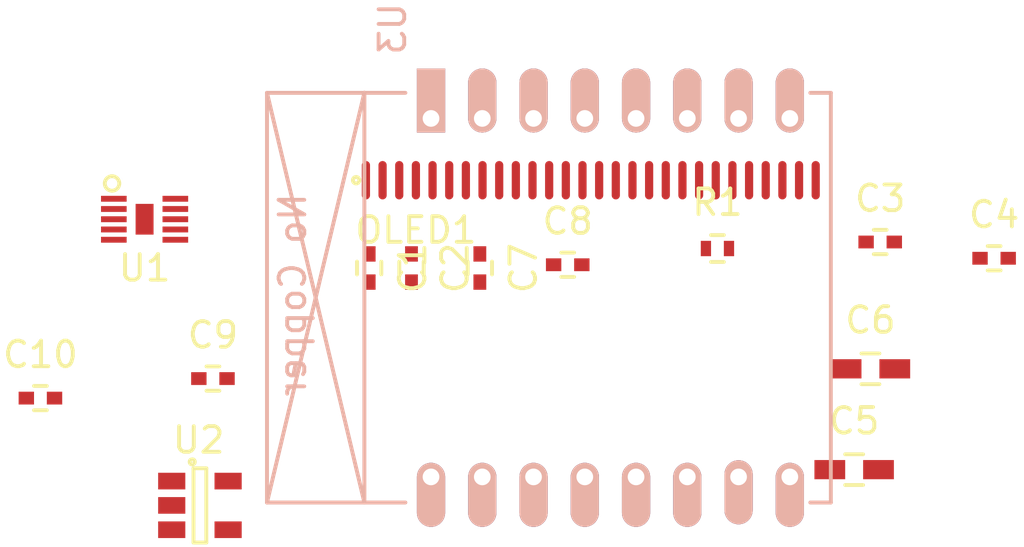
<source format=kicad_pcb>
(kicad_pcb (version 4) (host pcbnew "(2015-08-08 BZR 6073)-product")

  (general
    (links 32)
    (no_connects 32)
    (area 0 0 0 0)
    (thickness 1.6)
    (drawings 0)
    (tracks 0)
    (zones 0)
    (modules 15)
    (nets 11)
  )

  (page A4)
  (layers
    (0 F.Cu signal)
    (31 B.Cu signal)
    (32 B.Adhes user)
    (33 F.Adhes user)
    (34 B.Paste user)
    (35 F.Paste user)
    (36 B.SilkS user)
    (37 F.SilkS user)
    (38 B.Mask user hide)
    (39 F.Mask user hide)
    (40 Dwgs.User user hide)
    (41 Cmts.User user hide)
    (42 Eco1.User user hide)
    (43 Eco2.User user hide)
    (44 Edge.Cuts user hide)
    (45 Margin user)
    (46 B.CrtYd user hide)
    (47 F.CrtYd user hide)
    (48 B.Fab user hide)
    (49 F.Fab user hide)
  )

  (setup
    (last_trace_width 0.25)
    (trace_clearance 0.2)
    (zone_clearance 0.508)
    (zone_45_only no)
    (trace_min 0.2)
    (segment_width 0.2)
    (edge_width 0.15)
    (via_size 0.6)
    (via_drill 0.4)
    (via_min_size 0.4)
    (via_min_drill 0.3)
    (uvia_size 0.3)
    (uvia_drill 0.1)
    (uvias_allowed no)
    (uvia_min_size 0.2)
    (uvia_min_drill 0.1)
    (pcb_text_width 0.3)
    (pcb_text_size 1.5 1.5)
    (mod_edge_width 0.15)
    (mod_text_size 1 1)
    (mod_text_width 0.15)
    (pad_size 1.524 1.524)
    (pad_drill 0.762)
    (pad_to_mask_clearance 0.2)
    (aux_axis_origin 0 0)
    (visible_elements FFFEFF6F)
    (pcbplotparams
      (layerselection 0x00030_80000001)
      (usegerberextensions false)
      (excludeedgelayer true)
      (linewidth 0.100000)
      (plotframeref false)
      (viasonmask false)
      (mode 1)
      (useauxorigin false)
      (hpglpennumber 1)
      (hpglpenspeed 20)
      (hpglpendiameter 15)
      (hpglpenoverlay 2)
      (psnegative false)
      (psa4output false)
      (plotreference true)
      (plotvalue true)
      (plotinvisibletext false)
      (padsonsilk false)
      (subtractmaskfromsilk false)
      (outputformat 1)
      (mirror false)
      (drillshape 1)
      (scaleselection 1)
      (outputdirectory ""))
  )

  (net 0 "")
  (net 1 "Net-(C1-Pad1)")
  (net 2 "Net-(C1-Pad2)")
  (net 3 "Net-(C2-Pad1)")
  (net 4 "Net-(C2-Pad2)")
  (net 5 "Net-(C3-Pad1)")
  (net 6 GND)
  (net 7 "Net-(C4-Pad1)")
  (net 8 +3V3)
  (net 9 "Net-(OLED1-Pad24)")
  (net 10 /VOUT)

  (net_class Default "This is the default net class."
    (clearance 0.2)
    (trace_width 0.25)
    (via_dia 0.6)
    (via_drill 0.4)
    (uvia_dia 0.3)
    (uvia_drill 0.1)
    (add_net +3V3)
    (add_net /VOUT)
    (add_net GND)
    (add_net "Net-(C1-Pad1)")
    (add_net "Net-(C1-Pad2)")
    (add_net "Net-(C2-Pad1)")
    (add_net "Net-(C2-Pad2)")
    (add_net "Net-(C3-Pad1)")
    (add_net "Net-(C4-Pad1)")
    (add_net "Net-(OLED1-Pad24)")
  )

  (module Capacitors_SMD:C_0402 (layer F.Cu) (tedit 5415D599) (tstamp 55C6AC72)
    (at 35.687 32.639 270)
    (descr "Capacitor SMD 0402, reflow soldering, AVX (see smccp.pdf)")
    (tags "capacitor 0402")
    (path /55C6875E)
    (attr smd)
    (fp_text reference C1 (at 0 -1.7 270) (layer F.SilkS)
      (effects (font (size 1 1) (thickness 0.15)))
    )
    (fp_text value 1.0uF (at 0 1.7 270) (layer F.Fab)
      (effects (font (size 1 1) (thickness 0.15)))
    )
    (fp_line (start -1.15 -0.6) (end 1.15 -0.6) (layer F.CrtYd) (width 0.05))
    (fp_line (start -1.15 0.6) (end 1.15 0.6) (layer F.CrtYd) (width 0.05))
    (fp_line (start -1.15 -0.6) (end -1.15 0.6) (layer F.CrtYd) (width 0.05))
    (fp_line (start 1.15 -0.6) (end 1.15 0.6) (layer F.CrtYd) (width 0.05))
    (fp_line (start 0.25 -0.475) (end -0.25 -0.475) (layer F.SilkS) (width 0.15))
    (fp_line (start -0.25 0.475) (end 0.25 0.475) (layer F.SilkS) (width 0.15))
    (pad 1 smd rect (at -0.55 0 270) (size 0.6 0.5) (layers F.Cu F.Paste F.Mask)
      (net 1 "Net-(C1-Pad1)"))
    (pad 2 smd rect (at 0.55 0 270) (size 0.6 0.5) (layers F.Cu F.Paste F.Mask)
      (net 2 "Net-(C1-Pad2)"))
    (model Capacitors_SMD.3dshapes/C_0402.wrl
      (at (xyz 0 0 0))
      (scale (xyz 1 1 1))
      (rotate (xyz 0 0 0))
    )
  )

  (module Capacitors_SMD:C_0402 (layer F.Cu) (tedit 5415D599) (tstamp 55C6AC7E)
    (at 37.338 32.639 270)
    (descr "Capacitor SMD 0402, reflow soldering, AVX (see smccp.pdf)")
    (tags "capacitor 0402")
    (path /55C68865)
    (attr smd)
    (fp_text reference C2 (at 0 -1.7 270) (layer F.SilkS)
      (effects (font (size 1 1) (thickness 0.15)))
    )
    (fp_text value 1.0uF (at 0 1.7 270) (layer F.Fab)
      (effects (font (size 1 1) (thickness 0.15)))
    )
    (fp_line (start -1.15 -0.6) (end 1.15 -0.6) (layer F.CrtYd) (width 0.05))
    (fp_line (start -1.15 0.6) (end 1.15 0.6) (layer F.CrtYd) (width 0.05))
    (fp_line (start -1.15 -0.6) (end -1.15 0.6) (layer F.CrtYd) (width 0.05))
    (fp_line (start 1.15 -0.6) (end 1.15 0.6) (layer F.CrtYd) (width 0.05))
    (fp_line (start 0.25 -0.475) (end -0.25 -0.475) (layer F.SilkS) (width 0.15))
    (fp_line (start -0.25 0.475) (end 0.25 0.475) (layer F.SilkS) (width 0.15))
    (pad 1 smd rect (at -0.55 0 270) (size 0.6 0.5) (layers F.Cu F.Paste F.Mask)
      (net 3 "Net-(C2-Pad1)"))
    (pad 2 smd rect (at 0.55 0 270) (size 0.6 0.5) (layers F.Cu F.Paste F.Mask)
      (net 4 "Net-(C2-Pad2)"))
    (model Capacitors_SMD.3dshapes/C_0402.wrl
      (at (xyz 0 0 0))
      (scale (xyz 1 1 1))
      (rotate (xyz 0 0 0))
    )
  )

  (module Capacitors_SMD:C_0402 (layer F.Cu) (tedit 5415D599) (tstamp 55C6AC8A)
    (at 55.626 31.623)
    (descr "Capacitor SMD 0402, reflow soldering, AVX (see smccp.pdf)")
    (tags "capacitor 0402")
    (path /55C68A88)
    (attr smd)
    (fp_text reference C3 (at 0 -1.7) (layer F.SilkS)
      (effects (font (size 1 1) (thickness 0.15)))
    )
    (fp_text value 2.2uF (at 0 1.7) (layer F.Fab)
      (effects (font (size 1 1) (thickness 0.15)))
    )
    (fp_line (start -1.15 -0.6) (end 1.15 -0.6) (layer F.CrtYd) (width 0.05))
    (fp_line (start -1.15 0.6) (end 1.15 0.6) (layer F.CrtYd) (width 0.05))
    (fp_line (start -1.15 -0.6) (end -1.15 0.6) (layer F.CrtYd) (width 0.05))
    (fp_line (start 1.15 -0.6) (end 1.15 0.6) (layer F.CrtYd) (width 0.05))
    (fp_line (start 0.25 -0.475) (end -0.25 -0.475) (layer F.SilkS) (width 0.15))
    (fp_line (start -0.25 0.475) (end 0.25 0.475) (layer F.SilkS) (width 0.15))
    (pad 1 smd rect (at -0.55 0) (size 0.6 0.5) (layers F.Cu F.Paste F.Mask)
      (net 5 "Net-(C3-Pad1)"))
    (pad 2 smd rect (at 0.55 0) (size 0.6 0.5) (layers F.Cu F.Paste F.Mask)
      (net 6 GND))
    (model Capacitors_SMD.3dshapes/C_0402.wrl
      (at (xyz 0 0 0))
      (scale (xyz 1 1 1))
      (rotate (xyz 0 0 0))
    )
  )

  (module Capacitors_SMD:C_0402 (layer F.Cu) (tedit 5415D599) (tstamp 55C6AC96)
    (at 60.071 32.258)
    (descr "Capacitor SMD 0402, reflow soldering, AVX (see smccp.pdf)")
    (tags "capacitor 0402")
    (path /55C68AC6)
    (attr smd)
    (fp_text reference C4 (at 0 -1.7) (layer F.SilkS)
      (effects (font (size 1 1) (thickness 0.15)))
    )
    (fp_text value 2.2uF (at 0 1.7) (layer F.Fab)
      (effects (font (size 1 1) (thickness 0.15)))
    )
    (fp_line (start -1.15 -0.6) (end 1.15 -0.6) (layer F.CrtYd) (width 0.05))
    (fp_line (start -1.15 0.6) (end 1.15 0.6) (layer F.CrtYd) (width 0.05))
    (fp_line (start -1.15 -0.6) (end -1.15 0.6) (layer F.CrtYd) (width 0.05))
    (fp_line (start 1.15 -0.6) (end 1.15 0.6) (layer F.CrtYd) (width 0.05))
    (fp_line (start 0.25 -0.475) (end -0.25 -0.475) (layer F.SilkS) (width 0.15))
    (fp_line (start -0.25 0.475) (end 0.25 0.475) (layer F.SilkS) (width 0.15))
    (pad 1 smd rect (at -0.55 0) (size 0.6 0.5) (layers F.Cu F.Paste F.Mask)
      (net 7 "Net-(C4-Pad1)"))
    (pad 2 smd rect (at 0.55 0) (size 0.6 0.5) (layers F.Cu F.Paste F.Mask)
      (net 6 GND))
    (model Capacitors_SMD.3dshapes/C_0402.wrl
      (at (xyz 0 0 0))
      (scale (xyz 1 1 1))
      (rotate (xyz 0 0 0))
    )
  )

  (module Capacitors_SMD:C_0603_HandSoldering (layer F.Cu) (tedit 541A9B4D) (tstamp 55C6ACA2)
    (at 54.61 40.513)
    (descr "Capacitor SMD 0603, hand soldering")
    (tags "capacitor 0603")
    (path /55C69C7F)
    (attr smd)
    (fp_text reference C5 (at 0 -1.9) (layer F.SilkS)
      (effects (font (size 1 1) (thickness 0.15)))
    )
    (fp_text value 10uF (at 0 1.9) (layer F.Fab)
      (effects (font (size 1 1) (thickness 0.15)))
    )
    (fp_line (start -1.85 -0.75) (end 1.85 -0.75) (layer F.CrtYd) (width 0.05))
    (fp_line (start -1.85 0.75) (end 1.85 0.75) (layer F.CrtYd) (width 0.05))
    (fp_line (start -1.85 -0.75) (end -1.85 0.75) (layer F.CrtYd) (width 0.05))
    (fp_line (start 1.85 -0.75) (end 1.85 0.75) (layer F.CrtYd) (width 0.05))
    (fp_line (start -0.35 -0.6) (end 0.35 -0.6) (layer F.SilkS) (width 0.15))
    (fp_line (start 0.35 0.6) (end -0.35 0.6) (layer F.SilkS) (width 0.15))
    (pad 1 smd rect (at -0.95 0) (size 1.2 0.75) (layers F.Cu F.Paste F.Mask)
      (net 10 /VOUT))
    (pad 2 smd rect (at 0.95 0) (size 1.2 0.75) (layers F.Cu F.Paste F.Mask)
      (net 6 GND))
    (model Capacitors_SMD.3dshapes/C_0603_HandSoldering.wrl
      (at (xyz 0 0 0))
      (scale (xyz 1 1 1))
      (rotate (xyz 0 0 0))
    )
  )

  (module Capacitors_SMD:C_0603_HandSoldering (layer F.Cu) (tedit 541A9B4D) (tstamp 55C6ACAE)
    (at 55.245 36.576)
    (descr "Capacitor SMD 0603, hand soldering")
    (tags "capacitor 0603")
    (path /55C694BC)
    (attr smd)
    (fp_text reference C6 (at 0 -1.9) (layer F.SilkS)
      (effects (font (size 1 1) (thickness 0.15)))
    )
    (fp_text value 10uF (at 0 1.9) (layer F.Fab)
      (effects (font (size 1 1) (thickness 0.15)))
    )
    (fp_line (start -1.85 -0.75) (end 1.85 -0.75) (layer F.CrtYd) (width 0.05))
    (fp_line (start -1.85 0.75) (end 1.85 0.75) (layer F.CrtYd) (width 0.05))
    (fp_line (start -1.85 -0.75) (end -1.85 0.75) (layer F.CrtYd) (width 0.05))
    (fp_line (start 1.85 -0.75) (end 1.85 0.75) (layer F.CrtYd) (width 0.05))
    (fp_line (start -0.35 -0.6) (end 0.35 -0.6) (layer F.SilkS) (width 0.15))
    (fp_line (start 0.35 0.6) (end -0.35 0.6) (layer F.SilkS) (width 0.15))
    (pad 1 smd rect (at -0.95 0) (size 1.2 0.75) (layers F.Cu F.Paste F.Mask)
      (net 8 +3V3))
    (pad 2 smd rect (at 0.95 0) (size 1.2 0.75) (layers F.Cu F.Paste F.Mask)
      (net 6 GND))
    (model Capacitors_SMD.3dshapes/C_0603_HandSoldering.wrl
      (at (xyz 0 0 0))
      (scale (xyz 1 1 1))
      (rotate (xyz 0 0 0))
    )
  )

  (module Capacitors_SMD:C_0402 (layer F.Cu) (tedit 5415D599) (tstamp 55C6ACBA)
    (at 40.005 32.639 270)
    (descr "Capacitor SMD 0402, reflow soldering, AVX (see smccp.pdf)")
    (tags "capacitor 0402")
    (path /55C69387)
    (attr smd)
    (fp_text reference C7 (at 0 -1.7 270) (layer F.SilkS)
      (effects (font (size 1 1) (thickness 0.15)))
    )
    (fp_text value 0.1uF (at 0 1.7 270) (layer F.Fab)
      (effects (font (size 1 1) (thickness 0.15)))
    )
    (fp_line (start -1.15 -0.6) (end 1.15 -0.6) (layer F.CrtYd) (width 0.05))
    (fp_line (start -1.15 0.6) (end 1.15 0.6) (layer F.CrtYd) (width 0.05))
    (fp_line (start -1.15 -0.6) (end -1.15 0.6) (layer F.CrtYd) (width 0.05))
    (fp_line (start 1.15 -0.6) (end 1.15 0.6) (layer F.CrtYd) (width 0.05))
    (fp_line (start 0.25 -0.475) (end -0.25 -0.475) (layer F.SilkS) (width 0.15))
    (fp_line (start -0.25 0.475) (end 0.25 0.475) (layer F.SilkS) (width 0.15))
    (pad 1 smd rect (at -0.55 0 270) (size 0.6 0.5) (layers F.Cu F.Paste F.Mask)
      (net 8 +3V3))
    (pad 2 smd rect (at 0.55 0 270) (size 0.6 0.5) (layers F.Cu F.Paste F.Mask)
      (net 6 GND))
    (model Capacitors_SMD.3dshapes/C_0402.wrl
      (at (xyz 0 0 0))
      (scale (xyz 1 1 1))
      (rotate (xyz 0 0 0))
    )
  )

  (module Capacitors_SMD:C_0402 (layer F.Cu) (tedit 5415D599) (tstamp 55C6ACC6)
    (at 43.434 32.512)
    (descr "Capacitor SMD 0402, reflow soldering, AVX (see smccp.pdf)")
    (tags "capacitor 0402")
    (path /55C6921F)
    (attr smd)
    (fp_text reference C8 (at 0 -1.7) (layer F.SilkS)
      (effects (font (size 1 1) (thickness 0.15)))
    )
    (fp_text value 0.1uF (at 0 1.7) (layer F.Fab)
      (effects (font (size 1 1) (thickness 0.15)))
    )
    (fp_line (start -1.15 -0.6) (end 1.15 -0.6) (layer F.CrtYd) (width 0.05))
    (fp_line (start -1.15 0.6) (end 1.15 0.6) (layer F.CrtYd) (width 0.05))
    (fp_line (start -1.15 -0.6) (end -1.15 0.6) (layer F.CrtYd) (width 0.05))
    (fp_line (start 1.15 -0.6) (end 1.15 0.6) (layer F.CrtYd) (width 0.05))
    (fp_line (start 0.25 -0.475) (end -0.25 -0.475) (layer F.SilkS) (width 0.15))
    (fp_line (start -0.25 0.475) (end 0.25 0.475) (layer F.SilkS) (width 0.15))
    (pad 1 smd rect (at -0.55 0) (size 0.6 0.5) (layers F.Cu F.Paste F.Mask)
      (net 8 +3V3))
    (pad 2 smd rect (at 0.55 0) (size 0.6 0.5) (layers F.Cu F.Paste F.Mask)
      (net 6 GND))
    (model Capacitors_SMD.3dshapes/C_0402.wrl
      (at (xyz 0 0 0))
      (scale (xyz 1 1 1))
      (rotate (xyz 0 0 0))
    )
  )

  (module OLED:OLED_0.66_inch_64x48 (layer F.Cu) (tedit 55C6A30C) (tstamp 55C6ACE7)
    (at 35.56 29.21)
    (path /55C686DE)
    (fp_text reference OLED1 (at 1.95 1.95) (layer F.SilkS)
      (effects (font (size 1 1) (thickness 0.15)))
    )
    (fp_text value OLED_0.66_inch_64x48 (at 8.45 -1.95) (layer F.Fab)
      (effects (font (size 1 1) (thickness 0.15)))
    )
    (fp_circle (center -0.381 0) (end -0.508 0) (layer F.SilkS) (width 0.15))
    (pad 1 connect oval (at 0 0) (size 0.32 1.5) (layers F.Cu F.Mask)
      (net 6 GND))
    (pad 2 connect oval (at 0.65 0) (size 0.32 1.5) (layers F.Cu F.Mask)
      (net 1 "Net-(C1-Pad1)"))
    (pad 3 connect oval (at 1.3 0) (size 0.32 1.5) (layers F.Cu F.Mask)
      (net 2 "Net-(C1-Pad2)"))
    (pad 4 connect oval (at 1.95 0) (size 0.32 1.5) (layers F.Cu F.Mask)
      (net 3 "Net-(C2-Pad1)"))
    (pad 5 connect oval (at 2.6 0) (size 0.32 1.5) (layers F.Cu F.Mask)
      (net 4 "Net-(C2-Pad2)"))
    (pad 6 connect oval (at 3.25 0) (size 0.32 1.5) (layers F.Cu F.Mask)
      (net 8 +3V3))
    (pad 7 connect oval (at 3.9 0) (size 0.32 1.5) (layers F.Cu F.Mask)
      (net 6 GND))
    (pad 8 connect oval (at 4.55 0) (size 0.32 1.5) (layers F.Cu F.Mask)
      (net 8 +3V3))
    (pad 9 connect oval (at 5.2 0) (size 0.32 1.5) (layers F.Cu F.Mask))
    (pad 10 connect oval (at 5.85 0) (size 0.32 1.5) (layers F.Cu F.Mask))
    (pad 11 connect oval (at 6.5 0) (size 0.32 1.5) (layers F.Cu F.Mask))
    (pad 12 connect oval (at 7.15 0) (size 0.32 1.5) (layers F.Cu F.Mask))
    (pad 13 connect oval (at 7.8 0) (size 0.32 1.5) (layers F.Cu F.Mask))
    (pad 14 connect oval (at 8.45 0) (size 0.32 1.5) (layers F.Cu F.Mask))
    (pad 15 connect oval (at 9.1 0) (size 0.32 1.5) (layers F.Cu F.Mask))
    (pad 16 connect oval (at 9.75 0) (size 0.32 1.5) (layers F.Cu F.Mask))
    (pad 17 connect oval (at 10.4 0) (size 0.32 1.5) (layers F.Cu F.Mask))
    (pad 18 connect oval (at 11.05 0) (size 0.32 1.5) (layers F.Cu F.Mask))
    (pad 19 connect oval (at 11.7 0) (size 0.32 1.5) (layers F.Cu F.Mask))
    (pad 20 connect oval (at 12.35 0) (size 0.32 1.5) (layers F.Cu F.Mask))
    (pad 21 connect oval (at 13 0) (size 0.32 1.5) (layers F.Cu F.Mask))
    (pad 22 connect oval (at 13.65 0) (size 0.32 1.5) (layers F.Cu F.Mask))
    (pad 23 connect oval (at 14.3 0) (size 0.32 1.5) (layers F.Cu F.Mask))
    (pad 24 connect oval (at 14.95 0) (size 0.32 1.5) (layers F.Cu F.Mask)
      (net 9 "Net-(OLED1-Pad24)"))
    (pad 25 connect oval (at 15.6 0) (size 0.32 1.5) (layers F.Cu F.Mask)
      (net 7 "Net-(C4-Pad1)"))
    (pad 26 connect oval (at 16.25 0) (size 0.32 1.5) (layers F.Cu F.Mask)
      (net 5 "Net-(C3-Pad1)"))
    (pad 27 connect oval (at 16.9 0) (size 0.32 1.5) (layers F.Cu F.Mask)
      (net 6 GND))
    (pad 28 connect oval (at 17.55 0) (size 0.32 1.5) (layers F.Cu F.Mask)
      (net 6 GND))
  )

  (module Resistors_SMD:R_0402 (layer F.Cu) (tedit 5415CBB8) (tstamp 55C6ACF3)
    (at 49.276 31.877)
    (descr "Resistor SMD 0402, reflow soldering, Vishay (see dcrcw.pdf)")
    (tags "resistor 0402")
    (path /55C68B3E)
    (attr smd)
    (fp_text reference R1 (at 0 -1.8) (layer F.SilkS)
      (effects (font (size 1 1) (thickness 0.15)))
    )
    (fp_text value 390k (at 0 1.8) (layer F.Fab)
      (effects (font (size 1 1) (thickness 0.15)))
    )
    (fp_line (start -0.95 -0.65) (end 0.95 -0.65) (layer F.CrtYd) (width 0.05))
    (fp_line (start -0.95 0.65) (end 0.95 0.65) (layer F.CrtYd) (width 0.05))
    (fp_line (start -0.95 -0.65) (end -0.95 0.65) (layer F.CrtYd) (width 0.05))
    (fp_line (start 0.95 -0.65) (end 0.95 0.65) (layer F.CrtYd) (width 0.05))
    (fp_line (start 0.25 -0.525) (end -0.25 -0.525) (layer F.SilkS) (width 0.15))
    (fp_line (start -0.25 0.525) (end 0.25 0.525) (layer F.SilkS) (width 0.15))
    (pad 1 smd rect (at -0.45 0) (size 0.4 0.6) (layers F.Cu F.Paste F.Mask)
      (net 9 "Net-(OLED1-Pad24)"))
    (pad 2 smd rect (at 0.45 0) (size 0.4 0.6) (layers F.Cu F.Paste F.Mask)
      (net 6 GND))
    (model Resistors_SMD.3dshapes/R_0402.wrl
      (at (xyz 0 0 0))
      (scale (xyz 1 1 1))
      (rotate (xyz 0 0 0))
    )
  )

  (module ESP8266:ESP-07v2 (layer B.Cu) (tedit 55C898EC) (tstamp 55C6AD1A)
    (at 38.1 26.797 270)
    (descr "Module, ESP-8266, ESP-07v2, 16 pad, SMD")
    (tags "Module ESP-8266 ESP8266")
    (path /55C68E66)
    (fp_text reference U3 (at -3.5 1.5 270) (layer B.SilkS)
      (effects (font (size 1 1) (thickness 0.15)) (justify mirror))
    )
    (fp_text value ESP-07v2 (at 7.112 3.81 270) (layer B.Fab)
      (effects (font (size 1 1) (thickness 0.15)) (justify mirror))
    )
    (fp_line (start -2.25 0.5) (end -2.25 6.65) (layer B.CrtYd) (width 0.05))
    (fp_line (start -2.25 6.65) (end 16.25 6.65) (layer B.CrtYd) (width 0.05))
    (fp_line (start 16.25 6.65) (end 16.25 -16) (layer B.CrtYd) (width 0.05))
    (fp_line (start 16.25 -16) (end -2.25 -16) (layer B.CrtYd) (width 0.05))
    (fp_line (start -2.25 -16) (end -2.25 0.5) (layer B.CrtYd) (width 0.05))
    (fp_line (start -1 6.4) (end 15 6.4) (layer B.SilkS) (width 0.1524))
    (fp_line (start 15 6.4) (end 15 1) (layer B.SilkS) (width 0.1524))
    (fp_line (start -1 6.4) (end -1 1) (layer B.SilkS) (width 0.1524))
    (fp_line (start -1 -14.8) (end -1 -15.6) (layer B.SilkS) (width 0.1524))
    (fp_line (start -1 -15.6) (end 15 -15.6) (layer B.SilkS) (width 0.1524))
    (fp_line (start 15 -15.6) (end 15 -14.8) (layer B.SilkS) (width 0.1524))
    (fp_line (start 15 6.4) (end -1 2.6) (layer B.SilkS) (width 0.1524))
    (fp_line (start -1 6.4) (end 15 2.6) (layer B.SilkS) (width 0.1524))
    (fp_text user "No Copper" (at 6.892 5.4 270) (layer B.SilkS)
      (effects (font (size 1 1) (thickness 0.15)) (justify mirror))
    )
    (fp_line (start -1.008 2.6) (end 14.992 2.6) (layer B.SilkS) (width 0.1524))
    (fp_line (start 15 6.4) (end 15 -15.6) (layer B.Fab) (width 0.05))
    (fp_line (start 15 -15.6) (end -1 -15.6) (layer B.Fab) (width 0.05))
    (fp_line (start -1.008 -15.6) (end -1.008 6.4) (layer B.Fab) (width 0.05))
    (fp_line (start -1 6.4) (end 15 6.4) (layer B.Fab) (width 0.05))
    (pad 1 thru_hole rect (at 0 0 270) (size 2.5 1.1) (drill 0.65 (offset -0.7 0)) (layers *.Cu *.Mask B.SilkS))
    (pad 2 thru_hole oval (at 0 -2 270) (size 2.5 1.1) (drill 0.65 (offset -0.7 0)) (layers *.Cu *.Mask B.SilkS))
    (pad 3 thru_hole oval (at 0 -4 270) (size 2.5 1.1) (drill 0.65 (offset -0.7 0)) (layers *.Cu *.Mask B.SilkS))
    (pad 4 thru_hole oval (at 0 -6 270) (size 2.5 1.1) (drill 0.65 (offset -0.7 0)) (layers *.Cu *.Mask B.SilkS))
    (pad 5 thru_hole oval (at 0 -8 270) (size 2.5 1.1) (drill 0.65 (offset -0.7 0)) (layers *.Cu *.Mask B.SilkS))
    (pad 6 thru_hole oval (at 0 -10 270) (size 2.5 1.1) (drill 0.65 (offset -0.7 0)) (layers *.Cu *.Mask B.SilkS))
    (pad 7 thru_hole oval (at 0 -12 270) (size 2.5 1.1) (drill 0.65 (offset -0.7 0)) (layers *.Cu *.Mask B.SilkS))
    (pad 8 thru_hole oval (at 0 -14 270) (size 2.5 1.1) (drill 0.65 (offset -0.7 0)) (layers *.Cu *.Mask B.SilkS)
      (net 8 +3V3))
    (pad 9 thru_hole oval (at 14 -14 270) (size 2.5 1.1) (drill 0.65 (offset 0.7 0)) (layers *.Cu *.Mask B.SilkS)
      (net 6 GND))
    (pad 10 thru_hole oval (at 14 -12 270) (size 2.5 1.1) (drill 0.65 (offset 0.6 0)) (layers *.Cu *.Mask B.SilkS))
    (pad 11 thru_hole oval (at 14 -10 270) (size 2.5 1.1) (drill 0.65 (offset 0.7 0)) (layers *.Cu *.Mask B.SilkS))
    (pad 12 thru_hole oval (at 14 -8 270) (size 2.5 1.1) (drill 0.65 (offset 0.7 0)) (layers *.Cu *.Mask B.SilkS))
    (pad 13 thru_hole oval (at 14 -6 270) (size 2.5 1.1) (drill 0.65 (offset 0.7 0)) (layers *.Cu *.Mask B.SilkS))
    (pad 14 thru_hole oval (at 14 -4 270) (size 2.5 1.1) (drill 0.65 (offset 0.7 0)) (layers *.Cu *.Mask B.SilkS))
    (pad 15 thru_hole oval (at 14 -2 270) (size 2.5 1.1) (drill 0.65 (offset 0.7 0)) (layers *.Cu *.Mask B.SilkS))
    (pad 16 thru_hole oval (at 14 0 270) (size 2.5 1.1) (drill 0.65 (offset 0.7 0)) (layers *.Cu *.Mask B.SilkS))
    (model ${ESPLIB}/ESP8266.3dshapes/ESP-07v2.wrl
      (at (xyz 0 0 0))
      (scale (xyz 0.3937 0.3937 0.3937))
      (rotate (xyz 0 0 0))
    )
  )

  (module Capacitors_SMD:C_0402 (layer F.Cu) (tedit 5415D599) (tstamp 55C9D808)
    (at 29.591 36.957)
    (descr "Capacitor SMD 0402, reflow soldering, AVX (see smccp.pdf)")
    (tags "capacitor 0402")
    (path /55C89A4F)
    (attr smd)
    (fp_text reference C9 (at 0 -1.7) (layer F.SilkS)
      (effects (font (size 1 1) (thickness 0.15)))
    )
    (fp_text value 0.1uF (at 0 1.7) (layer F.Fab)
      (effects (font (size 1 1) (thickness 0.15)))
    )
    (fp_line (start -1.15 -0.6) (end 1.15 -0.6) (layer F.CrtYd) (width 0.05))
    (fp_line (start -1.15 0.6) (end 1.15 0.6) (layer F.CrtYd) (width 0.05))
    (fp_line (start -1.15 -0.6) (end -1.15 0.6) (layer F.CrtYd) (width 0.05))
    (fp_line (start 1.15 -0.6) (end 1.15 0.6) (layer F.CrtYd) (width 0.05))
    (fp_line (start 0.25 -0.475) (end -0.25 -0.475) (layer F.SilkS) (width 0.15))
    (fp_line (start -0.25 0.475) (end 0.25 0.475) (layer F.SilkS) (width 0.15))
    (pad 1 smd rect (at -0.55 0) (size 0.6 0.5) (layers F.Cu F.Paste F.Mask)
      (net 8 +3V3))
    (pad 2 smd rect (at 0.55 0) (size 0.6 0.5) (layers F.Cu F.Paste F.Mask)
      (net 6 GND))
    (model Capacitors_SMD.3dshapes/C_0402.wrl
      (at (xyz 0 0 0))
      (scale (xyz 1 1 1))
      (rotate (xyz 0 0 0))
    )
  )

  (module Capacitors_SMD:C_0402 (layer F.Cu) (tedit 5415D599) (tstamp 55C9D814)
    (at 22.86 37.719)
    (descr "Capacitor SMD 0402, reflow soldering, AVX (see smccp.pdf)")
    (tags "capacitor 0402")
    (path /55C89AB2)
    (attr smd)
    (fp_text reference C10 (at 0 -1.7) (layer F.SilkS)
      (effects (font (size 1 1) (thickness 0.15)))
    )
    (fp_text value 0.1uF (at 0 1.7) (layer F.Fab)
      (effects (font (size 1 1) (thickness 0.15)))
    )
    (fp_line (start -1.15 -0.6) (end 1.15 -0.6) (layer F.CrtYd) (width 0.05))
    (fp_line (start -1.15 0.6) (end 1.15 0.6) (layer F.CrtYd) (width 0.05))
    (fp_line (start -1.15 -0.6) (end -1.15 0.6) (layer F.CrtYd) (width 0.05))
    (fp_line (start 1.15 -0.6) (end 1.15 0.6) (layer F.CrtYd) (width 0.05))
    (fp_line (start 0.25 -0.475) (end -0.25 -0.475) (layer F.SilkS) (width 0.15))
    (fp_line (start -0.25 0.475) (end 0.25 0.475) (layer F.SilkS) (width 0.15))
    (pad 1 smd rect (at -0.55 0) (size 0.6 0.5) (layers F.Cu F.Paste F.Mask)
      (net 8 +3V3))
    (pad 2 smd rect (at 0.55 0) (size 0.6 0.5) (layers F.Cu F.Paste F.Mask)
      (net 6 GND))
    (model Capacitors_SMD.3dshapes/C_0402.wrl
      (at (xyz 0 0 0))
      (scale (xyz 1 1 1))
      (rotate (xyz 0 0 0))
    )
  )

  (module SMD:R-PWSON-N10 (layer F.Cu) (tedit 55C9D712) (tstamp 55C9DA15)
    (at 26.924 30.734)
    (path /55C68F96)
    (fp_text reference U1 (at 0 1.905) (layer F.SilkS)
      (effects (font (size 1 1) (thickness 0.15)))
    )
    (fp_text value bq24040 (at 0 -2.032) (layer F.Fab)
      (effects (font (size 1 1) (thickness 0.15)))
    )
    (fp_circle (center -1.27 -1.397) (end -1.016 -1.524) (layer F.SilkS) (width 0.15))
    (pad 1 smd rect (at -1.2 -0.8) (size 1 0.23) (layers F.Cu F.Paste F.Mask))
    (pad 2 smd rect (at -1.2 -0.4) (size 1 0.23) (layers F.Cu F.Paste F.Mask))
    (pad 3 smd rect (at -1.2 0) (size 1 0.23) (layers F.Cu F.Paste F.Mask))
    (pad 4 smd rect (at -1.2 0.4) (size 1 0.23) (layers F.Cu F.Paste F.Mask))
    (pad 5 smd rect (at -1.2 0.8) (size 1 0.23) (layers F.Cu F.Paste F.Mask))
    (pad 6 smd rect (at 1.2 0.8) (size 1 0.23) (layers F.Cu F.Paste F.Mask))
    (pad 7 smd rect (at 1.2 0.4) (size 1 0.23) (layers F.Cu F.Paste F.Mask))
    (pad 8 smd rect (at 1.2 0) (size 1 0.23) (layers F.Cu F.Paste F.Mask))
    (pad 9 smd rect (at 1.2 -0.4) (size 1 0.23) (layers F.Cu F.Paste F.Mask))
    (pad 10 smd rect (at 1.2 -0.8) (size 1 0.23) (layers F.Cu F.Paste F.Mask)
      (net 10 /VOUT))
    (pad PAD smd rect (at 0 0) (size 0.7 1.2) (layers F.Cu F.Paste F.Mask))
  )

  (module TO_SOT_Packages_SMD:SOT-23-5 (layer F.Cu) (tedit 55360473) (tstamp 55C9DA27)
    (at 29.083 41.91)
    (descr "5-pin SOT23 package")
    (tags SOT-23-5)
    (path /55C6910F)
    (attr smd)
    (fp_text reference U2 (at -0.05 -2.55) (layer F.SilkS)
      (effects (font (size 1 1) (thickness 0.15)))
    )
    (fp_text value tps62200 (at -0.05 2.35) (layer F.Fab)
      (effects (font (size 1 1) (thickness 0.15)))
    )
    (fp_line (start -1.8 -1.6) (end 1.8 -1.6) (layer F.CrtYd) (width 0.05))
    (fp_line (start 1.8 -1.6) (end 1.8 1.6) (layer F.CrtYd) (width 0.05))
    (fp_line (start 1.8 1.6) (end -1.8 1.6) (layer F.CrtYd) (width 0.05))
    (fp_line (start -1.8 1.6) (end -1.8 -1.6) (layer F.CrtYd) (width 0.05))
    (fp_circle (center -0.3 -1.7) (end -0.2 -1.7) (layer F.SilkS) (width 0.15))
    (fp_line (start 0.25 -1.45) (end -0.25 -1.45) (layer F.SilkS) (width 0.15))
    (fp_line (start 0.25 1.45) (end 0.25 -1.45) (layer F.SilkS) (width 0.15))
    (fp_line (start -0.25 1.45) (end 0.25 1.45) (layer F.SilkS) (width 0.15))
    (fp_line (start -0.25 -1.45) (end -0.25 1.45) (layer F.SilkS) (width 0.15))
    (pad 1 smd rect (at -1.1 -0.95) (size 1.06 0.65) (layers F.Cu F.Paste F.Mask)
      (net 10 /VOUT))
    (pad 2 smd rect (at -1.1 0) (size 1.06 0.65) (layers F.Cu F.Paste F.Mask)
      (net 6 GND))
    (pad 3 smd rect (at -1.1 0.95) (size 1.06 0.65) (layers F.Cu F.Paste F.Mask)
      (net 10 /VOUT))
    (pad 4 smd rect (at 1.1 0.95) (size 1.06 0.65) (layers F.Cu F.Paste F.Mask)
      (net 8 +3V3))
    (pad 5 smd rect (at 1.1 -0.95) (size 1.06 0.65) (layers F.Cu F.Paste F.Mask))
    (model TO_SOT_Packages_SMD.3dshapes/SOT-23-5.wrl
      (at (xyz 0 0 0))
      (scale (xyz 1 1 1))
      (rotate (xyz 0 0 0))
    )
  )

)

</source>
